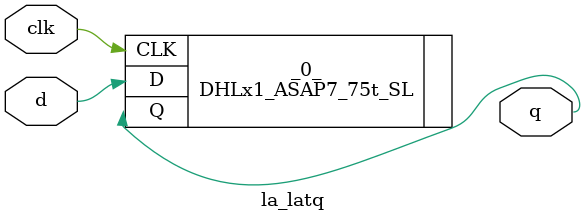
<source format=v>

/* Generated by Yosys 0.44 (git sha1 80ba43d26, g++ 11.4.0-1ubuntu1~22.04 -fPIC -O3) */

(* top =  1  *)
(* src = "generated" *)
module la_latq (
    d,
    clk,
    q
);
  (* src = "generated" *)
  input clk;
  wire clk;
  (* src = "generated" *)
  input d;
  wire d;
  (* src = "generated" *)
  output q;
  wire q;
  (* module_not_derived = 32'b00000000000000000000000000000001 *) (* src = "generated" *)
  DHLx1_ASAP7_75t_SL _0_ (
      .CLK(clk),
      .D  (d),
      .Q  (q)
  );
endmodule

</source>
